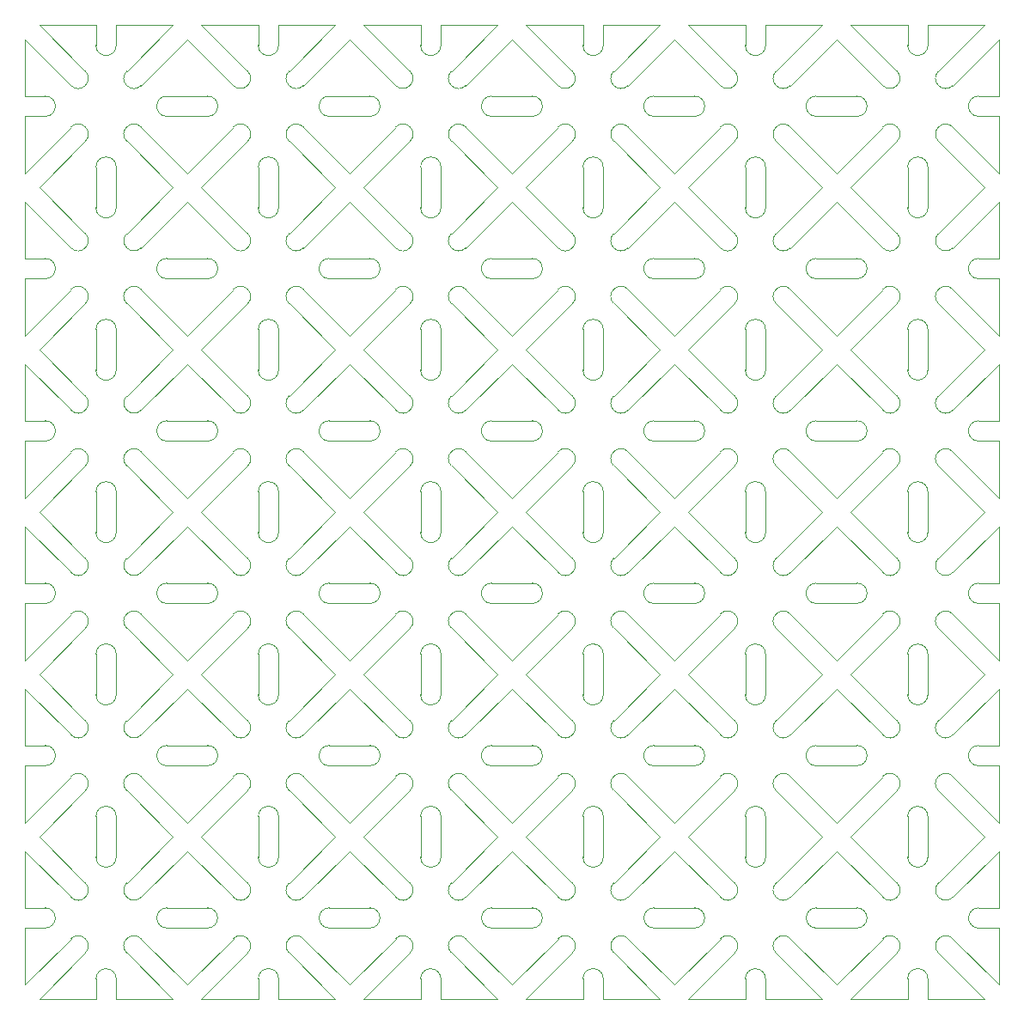
<source format=gm1>
G04 #@! TF.GenerationSoftware,KiCad,Pcbnew,7.0.2*
G04 #@! TF.CreationDate,2023-11-05T16:37:17-05:00*
G04 #@! TF.ProjectId,PokerTips,506f6b65-7254-4697-9073-2e6b69636164,rev?*
G04 #@! TF.SameCoordinates,Original*
G04 #@! TF.FileFunction,Profile,NP*
%FSLAX46Y46*%
G04 Gerber Fmt 4.6, Leading zero omitted, Abs format (unit mm)*
G04 Created by KiCad (PCBNEW 7.0.2) date 2023-11-05 16:37:17*
%MOMM*%
%LPD*%
G01*
G04 APERTURE LIST*
G04 #@! TA.AperFunction,Profile*
%ADD10C,0.100000*%
G04 #@! TD*
G04 APERTURE END LIST*
D10*
X63000000Y-56000000D02*
X63000000Y-52000000D01*
X77000000Y-56000000D02*
X77000000Y-52000000D01*
X102000000Y-103400000D02*
X106542893Y-107957107D01*
X126000000Y-115000000D02*
G75*
G03*
X125000000Y-115999999I0J-1000000D01*
G01*
X119400000Y-102000000D02*
X123957107Y-106542893D01*
X52600000Y-38000000D02*
X47000000Y-38000000D01*
X103400000Y-70000000D02*
X107957107Y-65457107D01*
X129457107Y-80042893D02*
G75*
G03*
X128042893Y-81457107I-707107J-707107D01*
G01*
X96042893Y-42542893D02*
G75*
G03*
X97457107Y-43957107I707107J-707107D01*
G01*
X71400000Y-102000000D02*
X75957107Y-97457107D01*
X45000000Y-40000000D02*
X45000000Y-38000000D01*
X58542893Y-75957107D02*
G75*
G03*
X59957107Y-74542893I707107J707107D01*
G01*
X111000000Y-72000000D02*
X111000000Y-68000000D01*
X52000000Y-109000000D02*
X56000000Y-109000000D01*
X65457107Y-80042893D02*
G75*
G03*
X64042893Y-81457107I-707107J-707107D01*
G01*
X134000000Y-63000000D02*
X134000000Y-68600000D01*
X87999999Y-127000000D02*
G75*
G03*
X89000000Y-126000000I1J1000000D01*
G01*
X74542893Y-91957107D02*
G75*
G03*
X75957107Y-90542893I707107J707107D01*
G01*
X134000000Y-127000000D02*
X134000000Y-132600000D01*
X125000000Y-72000000D02*
X125000000Y-68000000D01*
X134000000Y-68600000D02*
X129457107Y-64042892D01*
X134000000Y-127000000D02*
X132000000Y-127000000D01*
X70000000Y-119400000D02*
X65457107Y-123957107D01*
X111000000Y-100000000D02*
G75*
G03*
X109000000Y-100000000I-1000000J0D01*
G01*
X100000000Y-93000000D02*
X104000000Y-93000000D01*
X102000000Y-52600000D02*
X106542893Y-48042893D01*
X118000000Y-103400000D02*
X122542893Y-107957107D01*
X68000000Y-45000000D02*
X72000000Y-45000000D01*
X71400000Y-70000000D02*
X75957107Y-65457107D01*
X45000000Y-120000000D02*
X45000000Y-116000000D01*
X48042893Y-122542893D02*
G75*
G03*
X49457107Y-123957107I707107J-707107D01*
G01*
X49457107Y-128042893D02*
G75*
G03*
X48042893Y-129457107I-707107J-707107D01*
G01*
X104000000Y-111000000D02*
G75*
G03*
X104000000Y-109000000I0J1000000D01*
G01*
X38000000Y-103400000D02*
X42542893Y-107957107D01*
X48042893Y-106542893D02*
G75*
G03*
X49457107Y-107957107I707107J-707107D01*
G01*
X52000000Y-79000000D02*
X56000000Y-79000000D01*
X80042893Y-74542893D02*
G75*
G03*
X81457107Y-75957107I707107J-707107D01*
G01*
X71400000Y-118000000D02*
X75957107Y-122542893D01*
X118000000Y-68600000D02*
X113457107Y-64042893D01*
X86000000Y-103400000D02*
X90542893Y-107957107D01*
X83000000Y-126000000D02*
G75*
G03*
X84000000Y-127000000I1000000J0D01*
G01*
X93000000Y-120000000D02*
X93000000Y-116000000D01*
X119999999Y-127000000D02*
G75*
G03*
X121000000Y-126000000I1J1000000D01*
G01*
X132600000Y-102000000D02*
X128042893Y-97457107D01*
X86000000Y-116600000D02*
X90542893Y-112042893D01*
X119400000Y-54000000D02*
X123957107Y-49457107D01*
X54000000Y-116600000D02*
X58542893Y-112042893D01*
X123957107Y-97457107D02*
G75*
G03*
X122542893Y-96042893I-707107J707107D01*
G01*
X128042893Y-74542893D02*
G75*
G03*
X129457107Y-75957107I707107J-707107D01*
G01*
X113457107Y-112042893D02*
G75*
G03*
X112042893Y-113457107I-707107J-707107D01*
G01*
X68000000Y-125000000D02*
G75*
G03*
X67000000Y-126000000I0J-1000000D01*
G01*
X93000000Y-40000000D02*
G75*
G03*
X95000000Y-40000000I1000000J0D01*
G01*
X54000000Y-84600000D02*
X58542893Y-80042893D01*
X86000000Y-84600000D02*
X81457107Y-80042893D01*
X118000000Y-68600000D02*
X122542893Y-64042893D01*
X113457107Y-96042893D02*
G75*
G03*
X112042893Y-97457107I-707107J-707107D01*
G01*
X38000000Y-39400000D02*
X42542893Y-43957107D01*
X38000000Y-84600000D02*
X42542893Y-80042893D01*
X68600000Y-102000000D02*
X64042893Y-97457107D01*
X68000000Y-111000000D02*
X72000000Y-111000000D01*
X43957107Y-49457107D02*
G75*
G03*
X42542893Y-48042893I-707107J707107D01*
G01*
X132600000Y-70000000D02*
X128042893Y-74542893D01*
X55400000Y-86000000D02*
X59957107Y-90542893D01*
X125000000Y-72000000D02*
G75*
G03*
X126000000Y-73000000I1000000J0D01*
G01*
X72000000Y-127000000D02*
X68000000Y-127000000D01*
X77000000Y-40000000D02*
G75*
G03*
X79000000Y-40000000I1000000J0D01*
G01*
X59957107Y-81457107D02*
G75*
G03*
X58542893Y-80042893I-707107J707107D01*
G01*
X109000000Y-104000000D02*
G75*
G03*
X111000000Y-104000000I1000000J0D01*
G01*
X132600000Y-86000000D02*
X128042893Y-81457107D01*
X52600000Y-86000000D02*
X48042893Y-81457107D01*
X93000000Y-132000000D02*
X93000000Y-134000000D01*
X58542893Y-107957107D02*
G75*
G03*
X59957107Y-106542893I707107J707107D01*
G01*
X134000000Y-55400000D02*
X134000000Y-61000000D01*
X116600000Y-38000000D02*
X111000000Y-38000000D01*
X118000000Y-39400000D02*
X113457107Y-43957107D01*
X103400000Y-102000000D02*
X107957107Y-106542893D01*
X86000000Y-68600000D02*
X81457107Y-64042893D01*
X54000000Y-100600000D02*
X49457107Y-96042893D01*
X116000000Y-47000000D02*
X120000000Y-47000000D01*
X88000000Y-111000000D02*
G75*
G03*
X88000000Y-109000000I0J1000000D01*
G01*
X116000000Y-125000000D02*
G75*
G03*
X115000000Y-126000000I0J-1000000D01*
G01*
X119400000Y-86000000D02*
X123957107Y-90542893D01*
X132600000Y-118000000D02*
X128042893Y-113457107D01*
X52000000Y-125000000D02*
X56000000Y-125000000D01*
X120000000Y-63000000D02*
G75*
G03*
X120000000Y-61000000I0J1000000D01*
G01*
X84000000Y-63000000D02*
X88000000Y-63000000D01*
X116600000Y-70000000D02*
X112042893Y-74542893D01*
X65457107Y-112042893D02*
G75*
G03*
X64042893Y-113457107I-707107J-707107D01*
G01*
X49457107Y-112042893D02*
G75*
G03*
X48042893Y-113457107I-707107J-707107D01*
G01*
X52000000Y-61000000D02*
G75*
G03*
X52000000Y-63000000I0J-1000000D01*
G01*
X118000000Y-116600000D02*
X122542893Y-112042893D01*
X45000000Y-40000000D02*
G75*
G03*
X47000000Y-40000000I1000000J0D01*
G01*
X86000000Y-132600000D02*
X81457107Y-128042893D01*
X47000000Y-84000000D02*
G75*
G03*
X45000000Y-84000000I-1000000J0D01*
G01*
X84600000Y-134000000D02*
X80042893Y-129457107D01*
X71400000Y-118000000D02*
X75957107Y-113457107D01*
X55400000Y-118000000D02*
X59957107Y-113457107D01*
X99000000Y-126000000D02*
G75*
G03*
X100000000Y-127000000I1000000J0D01*
G01*
X64042893Y-90542893D02*
G75*
G03*
X65457107Y-91957107I707107J-707107D01*
G01*
X84000000Y-125000000D02*
X88000000Y-125000000D01*
X102000000Y-119400000D02*
X97457107Y-123957107D01*
X39400000Y-70000000D02*
X43957107Y-74542893D01*
X68600000Y-102000000D02*
X64042893Y-106542893D01*
X38000000Y-71400000D02*
X42542893Y-75957107D01*
X132600000Y-38000000D02*
X128042893Y-42542893D01*
X43957107Y-113457107D02*
G75*
G03*
X42542893Y-112042893I-707107J707107D01*
G01*
X68600000Y-54000000D02*
X64042893Y-58542893D01*
X107957107Y-113457107D02*
G75*
G03*
X106542893Y-112042893I-707107J707107D01*
G01*
X86000000Y-100600000D02*
X81457107Y-96042893D01*
X103400000Y-70000000D02*
X107957107Y-74542893D01*
X49457107Y-64042893D02*
G75*
G03*
X48042893Y-65457107I-707107J-707107D01*
G01*
X86000000Y-71400000D02*
X90542893Y-75957107D01*
X70000000Y-116600000D02*
X74542893Y-112042893D01*
X127000000Y-84000000D02*
G75*
G03*
X126000000Y-83000000I-1000000J0D01*
G01*
X84600000Y-118000000D02*
X80042893Y-113457107D01*
X116000000Y-93000000D02*
X120000000Y-93000000D01*
X118000000Y-100600000D02*
X113457107Y-96042893D01*
X86000000Y-132600000D02*
X90542893Y-128042893D01*
X134000000Y-95000000D02*
X134000000Y-100600000D01*
X95000000Y-52000000D02*
G75*
G03*
X93000000Y-52000000I-1000000J0D01*
G01*
X68600000Y-54000000D02*
X64042893Y-49457107D01*
X39400000Y-86000000D02*
X43957107Y-81457107D01*
X54000000Y-116600000D02*
X49457107Y-112042893D01*
X134000000Y-109000000D02*
X132000000Y-109000000D01*
X70000000Y-55400000D02*
X74542893Y-59957107D01*
X54000000Y-132600000D02*
X58542893Y-128042893D01*
X95000000Y-56000000D02*
X95000000Y-52000000D01*
X119400000Y-86000000D02*
X123957107Y-81457107D01*
X86000000Y-119400000D02*
X90542893Y-123957107D01*
X79000000Y-88000000D02*
X79000000Y-84000000D01*
X70000000Y-84600000D02*
X65457107Y-80042893D01*
X103400000Y-134000000D02*
X107957107Y-129457107D01*
X70000000Y-132600000D02*
X65457107Y-128042893D01*
X68000000Y-93000000D02*
G75*
G03*
X68000000Y-95000000I0J-1000000D01*
G01*
X134000000Y-93000000D02*
X132000000Y-93000000D01*
X113457107Y-80042893D02*
G75*
G03*
X112042893Y-81457107I-707107J-707107D01*
G01*
X38000000Y-79000000D02*
X40000000Y-79000000D01*
X134000000Y-45000000D02*
X132000000Y-45000000D01*
X116000000Y-77000000D02*
X120000000Y-77000000D01*
X132600000Y-70000000D02*
X128042893Y-65457107D01*
X75957107Y-97457107D02*
G75*
G03*
X74542893Y-96042893I-707107J707107D01*
G01*
X118000000Y-100600000D02*
X122542893Y-96042893D01*
X52000000Y-93000000D02*
X56000000Y-93000000D01*
X100600000Y-38000000D02*
X95000000Y-38000000D01*
X48042893Y-58542893D02*
G75*
G03*
X49457107Y-59957107I707107J-707107D01*
G01*
X75957107Y-113457107D02*
G75*
G03*
X74542893Y-112042893I-707107J707107D01*
G01*
X116600000Y-86000000D02*
X112042893Y-81457107D01*
X87400000Y-38000000D02*
X91957107Y-42542893D01*
X125000000Y-56000001D02*
G75*
G03*
X126000000Y-57000000I1000000J1D01*
G01*
X52600000Y-118000000D02*
X48042893Y-122542893D01*
X54000000Y-103400000D02*
X49457107Y-107957107D01*
X132600000Y-54000000D02*
X128042893Y-58542893D01*
X52000000Y-45000000D02*
G75*
G03*
X52000000Y-47000000I0J-1000000D01*
G01*
X38000000Y-116600000D02*
X42542893Y-112042893D01*
X120000000Y-111000000D02*
G75*
G03*
X120000000Y-109000000I0J1000000D01*
G01*
X104000000Y-127000000D02*
X100000000Y-127000000D01*
X77000000Y-88000000D02*
G75*
G03*
X79000000Y-88000000I1000000J0D01*
G01*
X64042893Y-74542893D02*
G75*
G03*
X65457107Y-75957107I707107J-707107D01*
G01*
X84600000Y-86000000D02*
X80042893Y-81457107D01*
X47000000Y-56000000D02*
X47000000Y-52000000D01*
X79000000Y-116000000D02*
G75*
G03*
X77000000Y-116000000I-1000000J0D01*
G01*
X68000000Y-109000000D02*
G75*
G03*
X68000000Y-111000000I0J-1000000D01*
G01*
X100000000Y-63000000D02*
X104000000Y-63000000D01*
X134000000Y-52600000D02*
X129457107Y-48042893D01*
X45000000Y-134000000D02*
X39400000Y-134000000D01*
X68600000Y-86000000D02*
X64042893Y-81457107D01*
X61000000Y-104000000D02*
X61000000Y-100000000D01*
X77000000Y-134000000D02*
X71400000Y-134000000D01*
X125000000Y-104000000D02*
X125000000Y-100000000D01*
X52000000Y-47000000D02*
X56000000Y-47000000D01*
X125000000Y-88000001D02*
G75*
G03*
X126000000Y-89000000I1000000J1D01*
G01*
X38000000Y-68600000D02*
X42542893Y-64042893D01*
X79000000Y-120000000D02*
X79000000Y-116000000D01*
X134000000Y-119400000D02*
X134000000Y-125000000D01*
X55400000Y-38000000D02*
X59957107Y-42542893D01*
X59957107Y-129457106D02*
G75*
G03*
X58542893Y-128042893I-707107J707106D01*
G01*
X81457107Y-128042893D02*
G75*
G03*
X80042893Y-129457107I-707107J-707107D01*
G01*
X134000000Y-119400000D02*
X129457107Y-123957106D01*
X52600000Y-134000000D02*
X48042893Y-129457107D01*
X87400000Y-86000000D02*
X91957107Y-81457107D01*
X109000000Y-120000000D02*
G75*
G03*
X111000000Y-120000000I1000000J0D01*
G01*
X47000000Y-40000000D02*
X47000000Y-38000000D01*
X93000000Y-88000000D02*
X93000000Y-84000000D01*
X134000000Y-71400000D02*
X134000000Y-77000000D01*
X84000000Y-95000000D02*
X88000000Y-95000000D01*
X102000000Y-68600000D02*
X106542893Y-64042893D01*
X38000000Y-55400000D02*
X42542893Y-59957107D01*
X71400000Y-134000000D02*
X75957107Y-129457107D01*
X93000000Y-56000000D02*
G75*
G03*
X95000000Y-56000000I1000000J0D01*
G01*
X65457107Y-64042893D02*
G75*
G03*
X64042893Y-65457107I-707107J-707107D01*
G01*
X42542893Y-59957107D02*
G75*
G03*
X43957107Y-58542893I707107J707107D01*
G01*
X74542893Y-75957107D02*
G75*
G03*
X75957107Y-74542893I707107J707107D01*
G01*
X75957107Y-65457107D02*
G75*
G03*
X74542893Y-64042893I-707107J707107D01*
G01*
X68600000Y-38000000D02*
X63000000Y-38000000D01*
X45000000Y-72000000D02*
X45000000Y-68000000D01*
X84000000Y-79000000D02*
X88000000Y-79000000D01*
X38000000Y-100600000D02*
X38000000Y-95000000D01*
X90542893Y-91957107D02*
G75*
G03*
X91957107Y-90542893I707107J707107D01*
G01*
X118000000Y-84600000D02*
X122542893Y-80042893D01*
X68000000Y-93000000D02*
X72000000Y-93000000D01*
X52000000Y-63000000D02*
X56000000Y-63000000D01*
X63000000Y-68000000D02*
G75*
G03*
X61000000Y-68000000I-1000000J0D01*
G01*
X70000000Y-71400000D02*
X65457107Y-75957107D01*
X129457107Y-48042893D02*
G75*
G03*
X128042893Y-49457107I-707107J-707107D01*
G01*
X86000000Y-103400000D02*
X81457107Y-107957107D01*
X126000000Y-83000000D02*
G75*
G03*
X125000000Y-83999999I0J-1000000D01*
G01*
X102000000Y-87400000D02*
X106542893Y-91957107D01*
X96042893Y-58542893D02*
G75*
G03*
X97457107Y-59957107I707107J-707107D01*
G01*
X39400000Y-134000000D02*
X43957107Y-129457107D01*
X134000000Y-103400000D02*
X129457107Y-107957107D01*
X57000000Y-126000000D02*
G75*
G03*
X56000000Y-125000000I-1000000J0D01*
G01*
X97457107Y-112042893D02*
G75*
G03*
X96042893Y-113457107I-707107J-707107D01*
G01*
X45000000Y-88000000D02*
G75*
G03*
X47000000Y-88000000I1000000J0D01*
G01*
X52000000Y-125000000D02*
G75*
G03*
X51000000Y-126000000I0J-1000000D01*
G01*
X52600000Y-54000000D02*
X48042893Y-49457107D01*
X52000000Y-77000000D02*
G75*
G03*
X52000000Y-79000000I0J-1000000D01*
G01*
X38000000Y-52600000D02*
X38000000Y-47000000D01*
X61000000Y-132000000D02*
X61000000Y-134000000D01*
X134000000Y-39400000D02*
X134000000Y-45000000D01*
X79000000Y-132000000D02*
G75*
G03*
X77000000Y-132000000I-1000000J1D01*
G01*
X52600000Y-102000000D02*
X48042893Y-97457107D01*
X58542893Y-43957107D02*
G75*
G03*
X59957107Y-42542893I707107J707107D01*
G01*
X120000000Y-79000000D02*
G75*
G03*
X120000000Y-77000000I0J1000000D01*
G01*
X56000000Y-95000000D02*
G75*
G03*
X56000000Y-93000000I0J1000000D01*
G01*
X54000000Y-87400000D02*
X49457107Y-91957107D01*
X48042893Y-90542893D02*
G75*
G03*
X49457107Y-91957107I707107J-707107D01*
G01*
X47000000Y-52000000D02*
G75*
G03*
X45000000Y-52000000I-1000000J0D01*
G01*
X52000000Y-61000000D02*
X56000000Y-61000000D01*
X134000000Y-103400000D02*
X134000000Y-109000000D01*
X52600000Y-38000000D02*
X48042893Y-42542893D01*
X70000000Y-68600000D02*
X74542893Y-64042893D01*
X102000000Y-116600000D02*
X106542893Y-112042893D01*
X38000000Y-63000000D02*
X40000000Y-63000000D01*
X116000000Y-93000000D02*
G75*
G03*
X116000000Y-95000000I0J-1000000D01*
G01*
X134000000Y-63000000D02*
X132000000Y-63000000D01*
X54000000Y-71400000D02*
X58542893Y-75957107D01*
X118000000Y-52600000D02*
X122542893Y-48042893D01*
X38000000Y-77000000D02*
X38000000Y-71400000D01*
X54000000Y-119400000D02*
X58542893Y-123957107D01*
X80042893Y-90542893D02*
G75*
G03*
X81457107Y-91957107I707107J-707107D01*
G01*
X118000000Y-87400000D02*
X122542893Y-91957107D01*
X134000000Y-47000000D02*
X134000000Y-52600000D01*
X118000000Y-52600000D02*
X113457107Y-48042893D01*
X100600000Y-70000000D02*
X96042893Y-74542893D01*
X95000000Y-116000000D02*
G75*
G03*
X93000000Y-116000000I-1000000J0D01*
G01*
X125000000Y-120000000D02*
X125000000Y-116000000D01*
X134000000Y-87400000D02*
X129457107Y-91957106D01*
X64042893Y-42542893D02*
G75*
G03*
X65457107Y-43957107I707107J-707107D01*
G01*
X88000000Y-95000000D02*
G75*
G03*
X88000000Y-93000000I0J1000000D01*
G01*
X87400000Y-102000000D02*
X91957107Y-106542893D01*
X51000000Y-126000000D02*
G75*
G03*
X52000000Y-127000000I1000000J0D01*
G01*
X116600000Y-54000000D02*
X112042893Y-58542893D01*
X132000000Y-77000000D02*
G75*
G03*
X132000000Y-79000000I0J-1000000D01*
G01*
X84600000Y-102000000D02*
X80042893Y-97457107D01*
X116000000Y-79000000D02*
X120000000Y-79000000D01*
X40000000Y-47000000D02*
G75*
G03*
X40000000Y-45000000I0J1000000D01*
G01*
X109000000Y-56000000D02*
X109000000Y-52000000D01*
X54000000Y-39400000D02*
X49457107Y-43957107D01*
X70000000Y-87400000D02*
X74542893Y-91957107D01*
X68000000Y-125000000D02*
X72000000Y-125000000D01*
X109000000Y-72000000D02*
X109000000Y-68000000D01*
X87400000Y-70000000D02*
X91957107Y-65457107D01*
X79000000Y-84000000D02*
G75*
G03*
X77000000Y-84000000I-1000000J0D01*
G01*
X86000000Y-84600000D02*
X90542893Y-80042893D01*
X111000000Y-56000000D02*
X111000000Y-52000000D01*
X68000000Y-109000000D02*
X72000000Y-109000000D01*
X95000000Y-84000000D02*
G75*
G03*
X93000000Y-84000000I-1000000J0D01*
G01*
X106542893Y-43957107D02*
G75*
G03*
X107957107Y-42542893I707107J707107D01*
G01*
X38000000Y-125000000D02*
X38000000Y-119400000D01*
X102000000Y-100600000D02*
X106542893Y-96042893D01*
X80042893Y-106542893D02*
G75*
G03*
X81457107Y-107957107I707107J-707107D01*
G01*
X42542893Y-43957107D02*
G75*
G03*
X43957107Y-42542893I707107J707107D01*
G01*
X70000000Y-52600000D02*
X65457107Y-48042893D01*
X100600000Y-86000000D02*
X96042893Y-81457107D01*
X84600000Y-70000000D02*
X80042893Y-65457107D01*
X90542893Y-75957107D02*
G75*
G03*
X91957107Y-74542893I707107J707107D01*
G01*
X87400000Y-54000000D02*
X91957107Y-58542893D01*
X49457107Y-48042893D02*
G75*
G03*
X48042893Y-49457107I-707107J-707107D01*
G01*
X125000000Y-134000000D02*
X119400000Y-134000000D01*
X91957107Y-49457107D02*
G75*
G03*
X90542893Y-48042893I-707107J707107D01*
G01*
X45000000Y-120000000D02*
G75*
G03*
X47000000Y-120000000I1000000J0D01*
G01*
X84000000Y-93000000D02*
X88000000Y-93000000D01*
X128042893Y-106542893D02*
G75*
G03*
X129457107Y-107957107I707107J-707107D01*
G01*
X109000000Y-38000000D02*
X103400000Y-38000000D01*
X86000000Y-39400000D02*
X90542893Y-43957107D01*
X123957107Y-113457107D02*
G75*
G03*
X122542893Y-112042893I-707107J707107D01*
G01*
X116000000Y-111000000D02*
X120000000Y-111000000D01*
X109000000Y-104000000D02*
X109000000Y-100000000D01*
X95000000Y-72000000D02*
X95000000Y-68000000D01*
X45000000Y-134000000D02*
X45000000Y-132000000D01*
X100000000Y-45000000D02*
X104000000Y-45000000D01*
X100600000Y-54000000D02*
X96042893Y-49457107D01*
X38000000Y-68600000D02*
X38000000Y-63000000D01*
X80042893Y-42542893D02*
G75*
G03*
X81457107Y-43957107I707107J-707107D01*
G01*
X132600000Y-86000000D02*
X128042893Y-90542893D01*
X38000000Y-95000000D02*
X40000000Y-95000000D01*
X132600000Y-134000000D02*
X128042894Y-129457107D01*
X111000000Y-52000000D02*
G75*
G03*
X109000000Y-52000000I-1000000J0D01*
G01*
X79000000Y-72000000D02*
X79000000Y-68000000D01*
X109000000Y-40000000D02*
G75*
G03*
X111000000Y-40000000I1000000J0D01*
G01*
X100000000Y-109000000D02*
G75*
G03*
X100000000Y-111000000I0J-1000000D01*
G01*
X63000000Y-116000000D02*
G75*
G03*
X61000000Y-116000000I-1000000J0D01*
G01*
X93000000Y-88000000D02*
G75*
G03*
X95000000Y-88000000I1000000J0D01*
G01*
X54000000Y-132600000D02*
X49457107Y-128042893D01*
X77000000Y-132000000D02*
X77000000Y-134000000D01*
X63000000Y-72000000D02*
X63000000Y-68000000D01*
X90542893Y-123957107D02*
G75*
G03*
X91957107Y-122542893I707107J707107D01*
G01*
X129457107Y-112042893D02*
G75*
G03*
X128042893Y-113457107I-707107J-707107D01*
G01*
X91957107Y-113457107D02*
G75*
G03*
X90542893Y-112042893I-707107J707107D01*
G01*
X56000000Y-47000000D02*
G75*
G03*
X56000000Y-45000000I0J1000000D01*
G01*
X68000000Y-77000000D02*
X72000000Y-77000000D01*
X77000000Y-40000000D02*
X77000000Y-38000000D01*
X100600000Y-134000000D02*
X95000000Y-134000000D01*
X119400000Y-102000000D02*
X123957107Y-97457107D01*
X100600000Y-86000000D02*
X96042893Y-90542893D01*
X47000000Y-116000000D02*
G75*
G03*
X45000000Y-116000000I-1000000J0D01*
G01*
X91957107Y-65457107D02*
G75*
G03*
X90542893Y-64042893I-707107J707107D01*
G01*
X46000000Y-131000000D02*
G75*
G03*
X45000000Y-132000000I0J-1000000D01*
G01*
X100600000Y-102000000D02*
X96042893Y-106542893D01*
X126000000Y-99000000D02*
G75*
G03*
X125000000Y-100000000I0J-1000000D01*
G01*
X61000000Y-120000000D02*
X61000000Y-116000000D01*
X104000000Y-79000000D02*
G75*
G03*
X104000000Y-77000000I0J1000000D01*
G01*
X111000000Y-120000000D02*
X111000000Y-116000000D01*
X132000000Y-61000000D02*
G75*
G03*
X132000000Y-63000000I0J-1000000D01*
G01*
X38000000Y-87400000D02*
X42542893Y-91957107D01*
X95000000Y-40000000D02*
X95000000Y-38000000D01*
X40000000Y-63000000D02*
G75*
G03*
X40000000Y-61000000I0J1000000D01*
G01*
X109000000Y-132000000D02*
X109000000Y-134000000D01*
X116000000Y-109000000D02*
G75*
G03*
X116000000Y-111000000I0J-1000000D01*
G01*
X86000000Y-39400000D02*
X81457107Y-43957107D01*
X39400000Y-118000000D02*
X43957107Y-113457107D01*
X68000000Y-79000000D02*
X72000000Y-79000000D01*
X113457107Y-128042893D02*
G75*
G03*
X112042893Y-129457107I-707107J-707107D01*
G01*
X132600000Y-134000000D02*
X127000000Y-134000000D01*
X68600000Y-134000000D02*
X63000000Y-134000000D01*
X86000000Y-52600000D02*
X81457107Y-48042893D01*
X70000000Y-119400000D02*
X74542893Y-123957107D01*
X116600000Y-54000000D02*
X112042893Y-49457107D01*
X68600000Y-70000000D02*
X64042893Y-74542893D01*
X68600000Y-70000000D02*
X64042893Y-65457107D01*
X38000000Y-77000000D02*
X40000000Y-77000000D01*
X64042893Y-122542893D02*
G75*
G03*
X65457107Y-123957107I707107J-707107D01*
G01*
X70000000Y-132600000D02*
X74542893Y-128042893D01*
X132600000Y-38000000D02*
X127000000Y-38000000D01*
X128042894Y-90542894D02*
G75*
G03*
X129457107Y-91957106I707106J-707106D01*
G01*
X52600000Y-86000000D02*
X48042893Y-90542893D01*
X134000000Y-95000000D02*
X132000000Y-95000000D01*
X126000000Y-121000000D02*
G75*
G03*
X127000000Y-120000000I0J1000000D01*
G01*
X55400000Y-102000000D02*
X59957107Y-106542893D01*
X125000000Y-40000000D02*
G75*
G03*
X126000000Y-41000000I1000000J0D01*
G01*
X52000000Y-109000000D02*
G75*
G03*
X52000000Y-111000000I0J-1000000D01*
G01*
X122542893Y-59957107D02*
G75*
G03*
X123957107Y-58542893I707107J707107D01*
G01*
X84000000Y-125000000D02*
G75*
G03*
X83000000Y-126000000I0J-1000000D01*
G01*
X39400000Y-102000000D02*
X43957107Y-97457107D01*
X40000000Y-79000000D02*
G75*
G03*
X40000000Y-77000000I0J1000000D01*
G01*
X84600000Y-102000000D02*
X80042893Y-106542893D01*
X86000000Y-52600000D02*
X90542893Y-48042893D01*
X103400000Y-86000000D02*
X107957107Y-90542893D01*
X47000000Y-104000000D02*
X47000000Y-100000000D01*
X52600000Y-70000000D02*
X48042893Y-74542893D01*
X84600000Y-38000000D02*
X80042893Y-42542893D01*
X116600000Y-102000000D02*
X112042893Y-106542893D01*
X68000000Y-77000000D02*
G75*
G03*
X68000000Y-79000000I0J-1000000D01*
G01*
X52600000Y-70000000D02*
X48042893Y-65457107D01*
X61000000Y-40000000D02*
G75*
G03*
X63000000Y-40000000I1000000J0D01*
G01*
X72000000Y-47000000D02*
G75*
G03*
X72000000Y-45000000I0J1000000D01*
G01*
X80042893Y-122542893D02*
G75*
G03*
X81457107Y-123957107I707107J-707107D01*
G01*
X127000000Y-38000000D02*
X127000000Y-40000000D01*
X38000000Y-127000000D02*
X40000000Y-127000000D01*
X63000000Y-132000000D02*
X63000000Y-134000000D01*
X63000000Y-52000000D02*
G75*
G03*
X61000000Y-52000000I-1000000J0D01*
G01*
X102000000Y-87400000D02*
X97457107Y-91957107D01*
X128042893Y-58542893D02*
G75*
G03*
X129457108Y-59957107I707107J-707107D01*
G01*
X84600000Y-70000000D02*
X80042893Y-74542893D01*
X106542893Y-91957107D02*
G75*
G03*
X107957107Y-90542893I707107J707107D01*
G01*
X134000000Y-111000000D02*
X134000000Y-116600000D01*
X71400000Y-86000000D02*
X75957107Y-90542893D01*
X77000000Y-104000000D02*
G75*
G03*
X79000000Y-104000000I1000000J0D01*
G01*
X61000000Y-40000000D02*
X61000000Y-38000000D01*
X127000000Y-84000000D02*
X127000000Y-88000000D01*
X89000000Y-126000000D02*
G75*
G03*
X88000000Y-125000000I-1000000J0D01*
G01*
X38000000Y-109000000D02*
X38000000Y-103400000D01*
X86000000Y-100600000D02*
X90542893Y-96042893D01*
X111000000Y-132000000D02*
G75*
G03*
X109000000Y-132000000I-1000000J1D01*
G01*
X79000000Y-104000000D02*
X79000000Y-100000000D01*
X134000000Y-132600000D02*
X129457107Y-128042893D01*
X119400000Y-54000000D02*
X123957107Y-58542893D01*
X129457106Y-96042893D02*
G75*
G03*
X128042893Y-97457107I-707106J-707107D01*
G01*
X59957107Y-113457107D02*
G75*
G03*
X58542893Y-112042893I-707107J707107D01*
G01*
X116600000Y-134000000D02*
X112042893Y-129457107D01*
X68600000Y-118000000D02*
X64042893Y-113457107D01*
X68000000Y-47000000D02*
X72000000Y-47000000D01*
X112042893Y-106542893D02*
G75*
G03*
X113457107Y-107957107I707107J-707107D01*
G01*
X93000000Y-134000000D02*
X87400000Y-134000000D01*
X70000000Y-39400000D02*
X65457107Y-43957107D01*
X38000000Y-132600000D02*
X38000000Y-127000000D01*
X134000000Y-84600000D02*
X129457107Y-80042893D01*
X127000000Y-52000000D02*
G75*
G03*
X126000000Y-51000000I-1000000J0D01*
G01*
X64042893Y-106542893D02*
G75*
G03*
X65457107Y-107957107I707107J-707107D01*
G01*
X38000000Y-119400000D02*
X42542893Y-123957107D01*
X70000000Y-55400000D02*
X65457107Y-59957107D01*
X95000000Y-100000000D02*
G75*
G03*
X93000000Y-100000000I-1000000J0D01*
G01*
X118000000Y-103400000D02*
X113457107Y-107957107D01*
X46999999Y-132000000D02*
X47000000Y-134000000D01*
X54000000Y-68600000D02*
X58542893Y-64042893D01*
X84600000Y-134000000D02*
X79000000Y-134000000D01*
X43957107Y-65457107D02*
G75*
G03*
X42542893Y-64042893I-707107J707107D01*
G01*
X52600000Y-102000000D02*
X48042893Y-106542893D01*
X126000000Y-51000000D02*
G75*
G03*
X125000000Y-51999999I0J-1000000D01*
G01*
X112042893Y-90542893D02*
G75*
G03*
X113457107Y-91957107I707107J-707107D01*
G01*
X38000000Y-100600000D02*
X42542893Y-96042893D01*
X55400000Y-134000000D02*
X59957108Y-129457107D01*
X65457107Y-96042893D02*
G75*
G03*
X64042893Y-97457107I-707107J-707107D01*
G01*
X49457107Y-96042893D02*
G75*
G03*
X48042893Y-97457107I-707107J-707107D01*
G01*
X95000000Y-120000000D02*
X95000000Y-116000000D01*
X126000000Y-57000000D02*
G75*
G03*
X127000000Y-56000000I0J1000000D01*
G01*
X78999999Y-132000000D02*
X79000000Y-134000000D01*
X79000000Y-100000000D02*
G75*
G03*
X77000000Y-100000000I-1000000J0D01*
G01*
X126000000Y-89000000D02*
G75*
G03*
X127000000Y-88000000I0J1000000D01*
G01*
X96042893Y-122542893D02*
G75*
G03*
X97457107Y-123957107I707107J-707107D01*
G01*
X125000000Y-132000000D02*
X125000000Y-134000000D01*
X54000000Y-71400000D02*
X49457107Y-75957107D01*
X55400000Y-102000000D02*
X59957107Y-97457107D01*
X118000000Y-87400000D02*
X113457107Y-91957107D01*
X63000000Y-120000000D02*
X63000000Y-116000000D01*
X100000000Y-77000000D02*
X104000000Y-77000000D01*
X123957107Y-81457107D02*
G75*
G03*
X122542893Y-80042893I-707107J707107D01*
G01*
X102000000Y-55400000D02*
X97457107Y-59957107D01*
X118000000Y-71400000D02*
X122542893Y-75957107D01*
X102000000Y-100600000D02*
X97457107Y-96042893D01*
X103400000Y-54000000D02*
X107957107Y-58542893D01*
X103400000Y-38000000D02*
X107957107Y-42542893D01*
X123957107Y-49457107D02*
G75*
G03*
X122542893Y-48042893I-707107J707107D01*
G01*
X39400000Y-102000000D02*
X43957107Y-106542893D01*
X90542893Y-107957107D02*
G75*
G03*
X91957107Y-106542893I707107J707107D01*
G01*
X110999999Y-132000000D02*
X111000000Y-134000000D01*
X100000000Y-79000000D02*
X104000000Y-79000000D01*
X118000000Y-119400000D02*
X122542893Y-123957107D01*
X118000000Y-55400000D02*
X122542893Y-59957107D01*
X86000000Y-71400000D02*
X81457107Y-75957107D01*
X111000000Y-116000000D02*
G75*
G03*
X109000000Y-116000000I-1000000J0D01*
G01*
X119400000Y-118000000D02*
X123957107Y-113457107D01*
X84000000Y-47000000D02*
X88000000Y-47000000D01*
X127000000Y-132000000D02*
G75*
G03*
X125000000Y-132000000I-1000000J0D01*
G01*
X132000000Y-125000000D02*
G75*
G03*
X131000000Y-126000000I0J-1000000D01*
G01*
X119400000Y-134000000D02*
X123957108Y-129457107D01*
X86000000Y-55400000D02*
X90542893Y-59957107D01*
X70000000Y-103400000D02*
X65457107Y-107957107D01*
X77000000Y-72000000D02*
X77000000Y-68000000D01*
X111000000Y-40000000D02*
X111000000Y-38000000D01*
X116000000Y-61000000D02*
G75*
G03*
X116000000Y-63000000I0J-1000000D01*
G01*
X52000000Y-111000000D02*
X56000000Y-111000000D01*
X68000000Y-61000000D02*
X72000000Y-61000000D01*
X58542893Y-123957107D02*
G75*
G03*
X59957107Y-122542893I707107J707107D01*
G01*
X116600000Y-102000000D02*
X112042893Y-97457107D01*
X54000000Y-100600000D02*
X58542893Y-96042893D01*
X134000000Y-77000000D02*
X132000000Y-77000000D01*
X55400000Y-54000000D02*
X59957107Y-49457107D01*
X93000000Y-120000000D02*
G75*
G03*
X95000000Y-120000000I1000000J0D01*
G01*
X116000000Y-63000000D02*
X120000000Y-63000000D01*
X100000000Y-111000000D02*
X104000000Y-111000000D01*
X127000000Y-67999999D02*
G75*
G03*
X126000000Y-67000000I-1000000J-1D01*
G01*
X116000000Y-45000000D02*
G75*
G03*
X116000000Y-47000000I0J-1000000D01*
G01*
X100600000Y-118000000D02*
X96042893Y-113457107D01*
X100600000Y-70000000D02*
X96042893Y-65457107D01*
X47000000Y-100000000D02*
G75*
G03*
X45000000Y-100000000I-1000000J0D01*
G01*
X127000000Y-116000000D02*
X127000000Y-120000000D01*
X77000000Y-56000000D02*
G75*
G03*
X79000000Y-56000000I1000000J0D01*
G01*
X103400000Y-118000000D02*
X107957107Y-113457107D01*
X118000000Y-84600000D02*
X113457107Y-80042893D01*
X126000000Y-67000000D02*
G75*
G03*
X125000000Y-68000000I0J-1000000D01*
G01*
X91957107Y-97457107D02*
G75*
G03*
X90542893Y-96042893I-707107J707107D01*
G01*
X38000000Y-93000000D02*
X38000000Y-87400000D01*
X45000000Y-56000000D02*
G75*
G03*
X47000000Y-56000000I1000000J0D01*
G01*
X61000000Y-56000000D02*
X61000000Y-52000000D01*
X102000000Y-39400000D02*
X97457107Y-43957107D01*
X134000000Y-111000000D02*
X132000000Y-111000000D01*
X100600000Y-38000000D02*
X96042893Y-42542893D01*
X100000000Y-47000000D02*
X104000000Y-47000000D01*
X70000000Y-84600000D02*
X74542893Y-80042893D01*
X109000000Y-40000000D02*
X109000000Y-38000000D01*
X119999999Y-127000000D02*
X116000000Y-127000000D01*
X70000000Y-87400000D02*
X65457107Y-91957107D01*
X38000000Y-116600000D02*
X38000000Y-111000000D01*
X47000000Y-68000000D02*
G75*
G03*
X45000000Y-68000000I-1000000J0D01*
G01*
X70000000Y-52600000D02*
X74542893Y-48042893D01*
X38000000Y-45000000D02*
X38000000Y-39400000D01*
X84600000Y-38000000D02*
X79000000Y-38000000D01*
X80042893Y-58542893D02*
G75*
G03*
X81457107Y-59957107I707107J-707107D01*
G01*
X123957107Y-65457107D02*
G75*
G03*
X122542893Y-64042893I-707107J707107D01*
G01*
X95000000Y-132000000D02*
G75*
G03*
X93000000Y-132000000I-1000000J0D01*
G01*
X91957107Y-129457106D02*
G75*
G03*
X90542893Y-128042893I-707107J707106D01*
G01*
X38000000Y-52600000D02*
X42542893Y-48042893D01*
X73000000Y-126000000D02*
G75*
G03*
X72000000Y-125000000I-1000000J0D01*
G01*
X61000000Y-88000000D02*
X61000000Y-84000000D01*
X72000000Y-79000000D02*
G75*
G03*
X72000000Y-77000000I0J1000000D01*
G01*
X109000000Y-134000000D02*
X103400000Y-134000000D01*
X129457106Y-128042894D02*
G75*
G03*
X128042894Y-129457107I-707106J-707106D01*
G01*
X103400000Y-86000000D02*
X107957107Y-81457107D01*
X86000000Y-87400000D02*
X90542893Y-91957107D01*
X72000000Y-63000000D02*
G75*
G03*
X72000000Y-61000000I0J1000000D01*
G01*
X84000000Y-77000000D02*
G75*
G03*
X84000000Y-79000000I0J-1000000D01*
G01*
X111000000Y-104000000D02*
X111000000Y-100000000D01*
X61000000Y-104000000D02*
G75*
G03*
X63000000Y-104000000I1000000J0D01*
G01*
X104000000Y-47000000D02*
G75*
G03*
X104000000Y-45000000I0J1000000D01*
G01*
X100000000Y-109000000D02*
X104000000Y-109000000D01*
X45000000Y-104000000D02*
G75*
G03*
X47000000Y-104000000I1000000J0D01*
G01*
X87400000Y-86000000D02*
X91957107Y-90542893D01*
X134000000Y-87400000D02*
X134000000Y-93000000D01*
X55400000Y-118000000D02*
X59957107Y-122542893D01*
X116600000Y-86000000D02*
X112042893Y-90542893D01*
X75957107Y-129457107D02*
G75*
G03*
X74542893Y-128042893I-707107J707107D01*
G01*
X125000000Y-40000000D02*
X125000000Y-38000000D01*
X87999999Y-127000000D02*
X84000000Y-127000000D01*
X107957107Y-81457107D02*
G75*
G03*
X106542893Y-80042893I-707107J707107D01*
G01*
X102000000Y-55400000D02*
X106542893Y-59957107D01*
X39400000Y-38000000D02*
X43957107Y-42542893D01*
X100000000Y-125000000D02*
X104000000Y-125000000D01*
X87400000Y-102000000D02*
X91957107Y-97457107D01*
X54000000Y-87400000D02*
X58542893Y-91957107D01*
X125000000Y-120000001D02*
G75*
G03*
X126000000Y-121000000I1000000J1D01*
G01*
X45000000Y-104000000D02*
X45000000Y-100000000D01*
X88000000Y-47000000D02*
G75*
G03*
X88000000Y-45000000I0J1000000D01*
G01*
X43957106Y-129457106D02*
G75*
G03*
X42542893Y-128042894I-707106J707106D01*
G01*
X100600000Y-134000000D02*
X96042894Y-129457107D01*
X61000000Y-88000000D02*
G75*
G03*
X63000000Y-88000000I1000000J0D01*
G01*
X63000000Y-104000000D02*
X63000000Y-100000000D01*
X116000000Y-109000000D02*
X120000000Y-109000000D01*
X106542893Y-107957107D02*
G75*
G03*
X107957107Y-106542893I707107J707107D01*
G01*
X102000000Y-116600000D02*
X97457107Y-112042893D01*
X112042893Y-58542893D02*
G75*
G03*
X113457107Y-59957107I707107J-707107D01*
G01*
X97457107Y-64042893D02*
G75*
G03*
X96042893Y-65457107I-707107J-707107D01*
G01*
X127000000Y-52000000D02*
X127000000Y-56000000D01*
X54000000Y-119400000D02*
X49457107Y-123957107D01*
X116600000Y-70000000D02*
X112042893Y-65457107D01*
X47000000Y-120000000D02*
X47000000Y-116000000D01*
X68600000Y-38000000D02*
X64042893Y-42542893D01*
X102000000Y-39400000D02*
X106542893Y-43957107D01*
X71400000Y-38000000D02*
X75957107Y-42542893D01*
X120000000Y-47000000D02*
G75*
G03*
X120000000Y-45000000I0J1000000D01*
G01*
X116000000Y-61000000D02*
X120000000Y-61000000D01*
X102000000Y-132600000D02*
X97457107Y-128042893D01*
X127000000Y-99999999D02*
G75*
G03*
X126000000Y-99000000I-1000000J-1D01*
G01*
X109000000Y-56000000D02*
G75*
G03*
X111000000Y-56000000I1000000J0D01*
G01*
X87400000Y-70000000D02*
X91957107Y-74542893D01*
X102000000Y-68600000D02*
X97457107Y-64042893D01*
X59957107Y-65457107D02*
G75*
G03*
X58542893Y-64042893I-707107J707107D01*
G01*
X126000000Y-41000000D02*
G75*
G03*
X127000000Y-40000000I0J1000000D01*
G01*
X127000000Y-132000000D02*
X127000000Y-134000000D01*
X77000000Y-104000000D02*
X77000000Y-100000000D01*
X68000000Y-61000000D02*
G75*
G03*
X68000000Y-63000000I0J-1000000D01*
G01*
X102000000Y-71400000D02*
X97457107Y-75957107D01*
X77000000Y-120000000D02*
X77000000Y-116000000D01*
X107957107Y-129457107D02*
G75*
G03*
X106542893Y-128042893I-707107J707107D01*
G01*
X111000000Y-84000000D02*
G75*
G03*
X109000000Y-84000000I-1000000J0D01*
G01*
X100000000Y-61000000D02*
G75*
G03*
X100000000Y-63000000I0J-1000000D01*
G01*
X54000000Y-55400000D02*
X58542893Y-59957107D01*
X97457107Y-96042893D02*
G75*
G03*
X96042893Y-97457107I-707107J-707107D01*
G01*
X55400000Y-54000000D02*
X59957107Y-58542893D01*
X84000000Y-77000000D02*
X88000000Y-77000000D01*
X116600000Y-118000000D02*
X112042893Y-113457107D01*
X59957107Y-49457107D02*
G75*
G03*
X58542893Y-48042893I-707107J707107D01*
G01*
X104000000Y-95000000D02*
G75*
G03*
X104000000Y-93000000I0J1000000D01*
G01*
X54000000Y-52600000D02*
X58542893Y-48042893D01*
X93000000Y-38000000D02*
X87400000Y-38000000D01*
X90542893Y-43957107D02*
G75*
G03*
X91957107Y-42542893I707107J707107D01*
G01*
X125000000Y-56000000D02*
X125000000Y-52000000D01*
X102000000Y-103400000D02*
X97457107Y-107957107D01*
X90542893Y-59957107D02*
G75*
G03*
X91957107Y-58542893I707107J707107D01*
G01*
X115000000Y-126000000D02*
G75*
G03*
X116000000Y-127000000I1000000J0D01*
G01*
X84000000Y-109000000D02*
G75*
G03*
X84000000Y-111000000I0J-1000000D01*
G01*
X41000000Y-126000000D02*
G75*
G03*
X40000000Y-125000000I-1000000J0D01*
G01*
X95000000Y-88000000D02*
X95000000Y-84000000D01*
X71400000Y-102000000D02*
X75957107Y-106542893D01*
X119400000Y-70000000D02*
X123957107Y-65457107D01*
X84000000Y-61000000D02*
X88000000Y-61000000D01*
X116600000Y-118000000D02*
X112042893Y-122542893D01*
X86000000Y-116600000D02*
X81457107Y-112042893D01*
X109000000Y-120000000D02*
X109000000Y-116000000D01*
X55400000Y-70000000D02*
X59957107Y-65457107D01*
X74542893Y-107957107D02*
G75*
G03*
X75957107Y-106542893I707107J707107D01*
G01*
X38000000Y-111000000D02*
X40000000Y-111000000D01*
X81457107Y-48042893D02*
G75*
G03*
X80042893Y-49457107I-707107J-707107D01*
G01*
X77000000Y-38000000D02*
X71400000Y-38000000D01*
X112042893Y-42542893D02*
G75*
G03*
X113457107Y-43957107I707107J-707107D01*
G01*
X52000000Y-45000000D02*
X56000000Y-45000000D01*
X40000000Y-111000000D02*
G75*
G03*
X40000000Y-109000000I0J1000000D01*
G01*
X118000000Y-132600000D02*
X113457107Y-128042893D01*
X100000000Y-125000000D02*
G75*
G03*
X99000000Y-126000000I0J-1000000D01*
G01*
X100000000Y-93000000D02*
G75*
G03*
X100000000Y-95000000I0J-1000000D01*
G01*
X102000000Y-52600000D02*
X97457107Y-48042893D01*
X112042893Y-74542893D02*
G75*
G03*
X113457107Y-75957107I707107J-707107D01*
G01*
X42542893Y-91957107D02*
G75*
G03*
X43957107Y-90542893I707107J707107D01*
G01*
X102000000Y-84600000D02*
X97457107Y-80042893D01*
X54000000Y-39400000D02*
X58542893Y-43957107D01*
X74542893Y-59957107D02*
G75*
G03*
X75957107Y-58542893I707107J707107D01*
G01*
X134000000Y-79000000D02*
X132000000Y-79000000D01*
X100000000Y-77000000D02*
G75*
G03*
X100000000Y-79000000I0J-1000000D01*
G01*
X87400000Y-118000000D02*
X91957107Y-113457107D01*
X70000000Y-103400000D02*
X74542893Y-107957107D01*
X71400000Y-54000000D02*
X75957107Y-58542893D01*
X61000000Y-72000000D02*
G75*
G03*
X63000000Y-72000000I1000000J0D01*
G01*
X102000000Y-132600000D02*
X106542893Y-128042893D01*
X63000000Y-132000000D02*
G75*
G03*
X61000000Y-132000000I-1000000J0D01*
G01*
X134000000Y-116600000D02*
X129457107Y-112042893D01*
X77000000Y-120000000D02*
G75*
G03*
X79000000Y-120000000I1000000J0D01*
G01*
X119400000Y-70000000D02*
X123957107Y-74542893D01*
X134000000Y-47000000D02*
X132000000Y-47000000D01*
X72000000Y-127000000D02*
G75*
G03*
X73000000Y-126000000I0J1000000D01*
G01*
X38000000Y-84600000D02*
X38000000Y-79000000D01*
X72000000Y-111000000D02*
G75*
G03*
X72000000Y-109000000I0J1000000D01*
G01*
X95000000Y-132000000D02*
X95000000Y-134000000D01*
X71400000Y-86000000D02*
X75957107Y-81457107D01*
X68600000Y-134000000D02*
X64042894Y-129457107D01*
X106542893Y-59957107D02*
G75*
G03*
X107957107Y-58542893I707107J707107D01*
G01*
X102000000Y-84600000D02*
X106542893Y-80042893D01*
X93000000Y-72000000D02*
G75*
G03*
X95000000Y-72000000I1000000J0D01*
G01*
X134000000Y-100600000D02*
X129457107Y-96042892D01*
X84000000Y-61000000D02*
G75*
G03*
X84000000Y-63000000I0J-1000000D01*
G01*
X125000000Y-104000000D02*
G75*
G03*
X126000000Y-105000000I1000000J0D01*
G01*
X79000000Y-68000000D02*
G75*
G03*
X77000000Y-68000000I-1000000J0D01*
G01*
X74542893Y-123957107D02*
G75*
G03*
X75957107Y-122542893I707107J707107D01*
G01*
X113457107Y-64042893D02*
G75*
G03*
X112042893Y-65457107I-707107J-707107D01*
G01*
X61000000Y-120000000D02*
G75*
G03*
X63000000Y-120000000I1000000J0D01*
G01*
X96042893Y-106542893D02*
G75*
G03*
X97457107Y-107957107I707107J-707107D01*
G01*
X84600000Y-86000000D02*
X80042893Y-90542893D01*
X123957107Y-129457106D02*
G75*
G03*
X122542893Y-128042893I-707107J707106D01*
G01*
X70000000Y-39400000D02*
X74542893Y-43957107D01*
X54000000Y-52600000D02*
X49457107Y-48042893D01*
X103400000Y-118000000D02*
X107957107Y-122542893D01*
X118000000Y-55400000D02*
X113457107Y-59957107D01*
X122542893Y-91957107D02*
G75*
G03*
X123957107Y-90542893I707107J707107D01*
G01*
X79000000Y-56000000D02*
X79000000Y-52000000D01*
X112042893Y-122542893D02*
G75*
G03*
X113457107Y-123957107I707107J-707107D01*
G01*
X68000000Y-45000000D02*
G75*
G03*
X68000000Y-47000000I0J-1000000D01*
G01*
X96042893Y-90542893D02*
G75*
G03*
X97457107Y-91957107I707107J-707107D01*
G01*
X47000000Y-88000000D02*
X47000000Y-84000000D01*
X52000000Y-77000000D02*
X56000000Y-77000000D01*
X105000000Y-126000000D02*
G75*
G03*
X104000000Y-125000000I-1000000J0D01*
G01*
X61000000Y-38000000D02*
X55400000Y-38000000D01*
X100000000Y-61000000D02*
X104000000Y-61000000D01*
X39400000Y-118000000D02*
X43957107Y-122542893D01*
X39400000Y-54000000D02*
X43957107Y-49457107D01*
X102000000Y-119400000D02*
X106542893Y-123957107D01*
X103400000Y-102000000D02*
X107957107Y-97457107D01*
X129457106Y-64042893D02*
G75*
G03*
X128042893Y-65457107I-707106J-707107D01*
G01*
X116000000Y-125000000D02*
X120000000Y-125000000D01*
X55999999Y-127000000D02*
X52000000Y-127000000D01*
X42542893Y-123957107D02*
G75*
G03*
X43957107Y-122542893I707107J707107D01*
G01*
X72000000Y-95000000D02*
G75*
G03*
X72000000Y-93000000I0J1000000D01*
G01*
X54000000Y-55400000D02*
X49457107Y-59957107D01*
X132000000Y-109000000D02*
G75*
G03*
X132000000Y-111000000I0J-1000000D01*
G01*
X134000000Y-39400000D02*
X129457107Y-43957107D01*
X39400000Y-54000000D02*
X43957107Y-58542893D01*
X107957107Y-49457107D02*
G75*
G03*
X106542893Y-48042893I-707107J707107D01*
G01*
X42542893Y-75957107D02*
G75*
G03*
X43957107Y-74542893I707107J707107D01*
G01*
X134000000Y-125000000D02*
X132000000Y-125000000D01*
X63000000Y-84000000D02*
G75*
G03*
X61000000Y-84000000I-1000000J0D01*
G01*
X93000000Y-40000000D02*
X93000000Y-38000000D01*
X132600000Y-54000000D02*
X128042893Y-49457107D01*
X109000000Y-72000000D02*
G75*
G03*
X111000000Y-72000000I1000000J0D01*
G01*
X67000000Y-126000000D02*
G75*
G03*
X68000000Y-127000000I1000000J0D01*
G01*
X86000000Y-55400000D02*
X81457107Y-59957107D01*
X79000000Y-40000000D02*
X79000000Y-38000000D01*
X70000000Y-100600000D02*
X65457107Y-96042893D01*
X113457107Y-48042893D02*
G75*
G03*
X112042893Y-49457107I-707107J-707107D01*
G01*
X91957107Y-81457107D02*
G75*
G03*
X90542893Y-80042893I-707107J707107D01*
G01*
X52600000Y-118000000D02*
X48042893Y-113457107D01*
X38000000Y-45000000D02*
X40000000Y-45000000D01*
X87400000Y-54000000D02*
X91957107Y-49457107D01*
X63000000Y-40000000D02*
X63000000Y-38000000D01*
X68000000Y-95000000D02*
X72000000Y-95000000D01*
X63000000Y-100000000D02*
G75*
G03*
X61000000Y-100000000I-1000000J0D01*
G01*
X86000000Y-68600000D02*
X90542893Y-64042893D01*
X104000000Y-63000000D02*
G75*
G03*
X104000000Y-61000000I0J1000000D01*
G01*
X54000000Y-68600000D02*
X49457107Y-64042893D01*
X81457107Y-80042893D02*
G75*
G03*
X80042893Y-81457107I-707107J-707107D01*
G01*
X116600000Y-38000000D02*
X112042893Y-42542893D01*
X107957107Y-97457107D02*
G75*
G03*
X106542893Y-96042893I-707107J707107D01*
G01*
X40000000Y-95000000D02*
G75*
G03*
X40000000Y-93000000I0J1000000D01*
G01*
X81457107Y-64042893D02*
G75*
G03*
X80042893Y-65457107I-707107J-707107D01*
G01*
X58542893Y-59957107D02*
G75*
G03*
X59957107Y-58542893I707107J707107D01*
G01*
X47000000Y-72000000D02*
X47000000Y-68000000D01*
X116600000Y-134000000D02*
X111000000Y-134000000D01*
X56000000Y-79000000D02*
G75*
G03*
X56000000Y-77000000I0J1000000D01*
G01*
X59957107Y-97457107D02*
G75*
G03*
X58542893Y-96042893I-707107J707107D01*
G01*
X52600000Y-54000000D02*
X48042893Y-58542893D01*
X127000000Y-100000001D02*
X127000000Y-104000000D01*
X125000000Y-88000000D02*
X125000000Y-84000000D01*
X77000000Y-72000000D02*
G75*
G03*
X79000000Y-72000000I1000000J0D01*
G01*
X134000000Y-71400000D02*
X129457107Y-75957107D01*
X87400000Y-134000000D02*
X91957108Y-129457107D01*
X109000000Y-88000000D02*
X109000000Y-84000000D01*
X132000000Y-45000000D02*
G75*
G03*
X132000000Y-47000000I0J-1000000D01*
G01*
X134000000Y-61000000D02*
X132000000Y-61000000D01*
X77000000Y-88000000D02*
X77000000Y-84000000D01*
X104000000Y-127000000D02*
G75*
G03*
X105000000Y-126000000I0J1000000D01*
G01*
X70000000Y-116600000D02*
X65457107Y-112042893D01*
X122542893Y-123957107D02*
G75*
G03*
X123957107Y-122542893I707107J707107D01*
G01*
X49457107Y-80042893D02*
G75*
G03*
X48042893Y-81457107I-707107J-707107D01*
G01*
X61000000Y-134000000D02*
X55400000Y-134000000D01*
X97457107Y-80042893D02*
G75*
G03*
X96042893Y-81457107I-707107J-707107D01*
G01*
X39400000Y-86000000D02*
X43957107Y-90542893D01*
X38000000Y-132600000D02*
X42542893Y-128042894D01*
X40000000Y-127000000D02*
G75*
G03*
X41000000Y-126000000I0J1000000D01*
G01*
X116000000Y-45000000D02*
X120000000Y-45000000D01*
X95000000Y-104000000D02*
X95000000Y-100000000D01*
X75957107Y-81457107D02*
G75*
G03*
X74542893Y-80042893I-707107J707107D01*
G01*
X106542893Y-75957107D02*
G75*
G03*
X107957107Y-74542893I707107J707107D01*
G01*
X42542893Y-107957107D02*
G75*
G03*
X43957107Y-106542893I707107J707107D01*
G01*
X45000000Y-38000000D02*
X39400000Y-38000000D01*
X61000000Y-56000000D02*
G75*
G03*
X63000000Y-56000000I1000000J0D01*
G01*
X97457107Y-48042893D02*
G75*
G03*
X96042893Y-49457107I-707107J-707107D01*
G01*
X56000000Y-111000000D02*
G75*
G03*
X56000000Y-109000000I0J1000000D01*
G01*
X100600000Y-54000000D02*
X96042893Y-58542893D01*
X64042893Y-58542893D02*
G75*
G03*
X65457107Y-59957107I707107J-707107D01*
G01*
X84000000Y-45000000D02*
X88000000Y-45000000D01*
X84000000Y-45000000D02*
G75*
G03*
X84000000Y-47000000I0J-1000000D01*
G01*
X58542893Y-91957107D02*
G75*
G03*
X59957107Y-90542893I707107J707107D01*
G01*
X38000000Y-93000000D02*
X40000000Y-93000000D01*
X38000000Y-125000000D02*
X40000000Y-125000000D01*
X54000000Y-103400000D02*
X58542893Y-107957107D01*
X48042893Y-42542893D02*
G75*
G03*
X49457107Y-43957107I707107J-707107D01*
G01*
X52000000Y-95000000D02*
X56000000Y-95000000D01*
X52600000Y-134000000D02*
X47000000Y-134000000D01*
X68600000Y-118000000D02*
X64042893Y-122542893D01*
X45000000Y-56000000D02*
X45000000Y-52000000D01*
X96042893Y-74542893D02*
G75*
G03*
X97457107Y-75957107I707107J-707107D01*
G01*
X47000000Y-131999999D02*
G75*
G03*
X46000000Y-131000000I-1000000J-1D01*
G01*
X84000000Y-93000000D02*
G75*
G03*
X84000000Y-95000000I0J-1000000D01*
G01*
X88000000Y-79000000D02*
G75*
G03*
X88000000Y-77000000I0J1000000D01*
G01*
X120000000Y-95000000D02*
G75*
G03*
X120000000Y-93000000I0J1000000D01*
G01*
X81457107Y-112042893D02*
G75*
G03*
X80042893Y-113457107I-707107J-707107D01*
G01*
X39400000Y-70000000D02*
X43957107Y-65457107D01*
X103400000Y-54000000D02*
X107957107Y-49457107D01*
X100600000Y-102000000D02*
X96042893Y-97457107D01*
X132000000Y-93000000D02*
G75*
G03*
X132000000Y-95000000I0J-1000000D01*
G01*
X119400000Y-118000000D02*
X123957107Y-122542893D01*
X38000000Y-61000000D02*
X40000000Y-61000000D01*
X119400000Y-38000000D02*
X123957107Y-42542893D01*
X93000000Y-56000000D02*
X93000000Y-52000000D01*
X134000000Y-79000000D02*
X134000000Y-84600000D01*
X100000000Y-95000000D02*
X104000000Y-95000000D01*
X116000000Y-95000000D02*
X120000000Y-95000000D01*
X111000000Y-88000000D02*
X111000000Y-84000000D01*
X55400000Y-86000000D02*
X59957107Y-81457107D01*
X65457107Y-48042893D02*
G75*
G03*
X64042893Y-49457107I-707107J-707107D01*
G01*
X70000000Y-71400000D02*
X74542893Y-75957107D01*
X109000000Y-88000000D02*
G75*
G03*
X111000000Y-88000000I1000000J0D01*
G01*
X128042894Y-122542894D02*
G75*
G03*
X129457107Y-123957106I707106J-707106D01*
G01*
X86000000Y-119400000D02*
X81457107Y-123957107D01*
X43957107Y-81457107D02*
G75*
G03*
X42542893Y-80042893I-707107J707107D01*
G01*
X118000000Y-71400000D02*
X113457107Y-75957107D01*
X127000000Y-116000000D02*
G75*
G03*
X126000000Y-115000000I-1000000J0D01*
G01*
X71400000Y-70000000D02*
X75957107Y-74542893D01*
X127000000Y-68000001D02*
X127000000Y-72000000D01*
X38000000Y-47000000D02*
X40000000Y-47000000D01*
X70000000Y-68600000D02*
X65457107Y-64042893D01*
X134000000Y-55400000D02*
X129457108Y-59957107D01*
X125000000Y-38000000D02*
X119400000Y-38000000D01*
X68000000Y-63000000D02*
X72000000Y-63000000D01*
X55999999Y-127000000D02*
G75*
G03*
X57000000Y-126000000I1J1000000D01*
G01*
X75957107Y-49457107D02*
G75*
G03*
X74542893Y-48042893I-707107J707107D01*
G01*
X43957107Y-97457107D02*
G75*
G03*
X42542893Y-96042893I-707107J707107D01*
G01*
X88000000Y-63000000D02*
G75*
G03*
X88000000Y-61000000I0J1000000D01*
G01*
X116000000Y-77000000D02*
G75*
G03*
X116000000Y-79000000I0J-1000000D01*
G01*
X95000000Y-68000000D02*
G75*
G03*
X93000000Y-68000000I-1000000J0D01*
G01*
X63000000Y-88000000D02*
X63000000Y-84000000D01*
X70000000Y-100600000D02*
X74542893Y-96042893D01*
X84600000Y-118000000D02*
X80042893Y-122542893D01*
X128042893Y-42542893D02*
G75*
G03*
X129457107Y-43957107I707107J-707107D01*
G01*
X118000000Y-39400000D02*
X122542893Y-43957107D01*
X38000000Y-109000000D02*
X40000000Y-109000000D01*
X121000000Y-126000000D02*
G75*
G03*
X120000000Y-125000000I-1000000J0D01*
G01*
X84000000Y-111000000D02*
X88000000Y-111000000D01*
X68600000Y-86000000D02*
X64042893Y-90542893D01*
X126000000Y-105000000D02*
G75*
G03*
X127000000Y-104000000I0J1000000D01*
G01*
X118000000Y-116600000D02*
X113457107Y-112042893D01*
X87400000Y-118000000D02*
X91957107Y-122542893D01*
X81457107Y-96042893D02*
G75*
G03*
X80042893Y-97457107I-707107J-707107D01*
G01*
X54000000Y-84600000D02*
X49457107Y-80042893D01*
X61000000Y-72000000D02*
X61000000Y-68000000D01*
X118000000Y-132600000D02*
X122542893Y-128042893D01*
X38000000Y-61000000D02*
X38000000Y-55400000D01*
X122542893Y-75957107D02*
G75*
G03*
X123957107Y-74542893I707107J707107D01*
G01*
X48042893Y-74542893D02*
G75*
G03*
X49457107Y-75957107I707107J-707107D01*
G01*
X100000000Y-45000000D02*
G75*
G03*
X100000000Y-47000000I0J-1000000D01*
G01*
X71400000Y-54000000D02*
X75957107Y-49457107D01*
X122542893Y-43957107D02*
G75*
G03*
X123957107Y-42542893I707107J707107D01*
G01*
X106542893Y-123957107D02*
G75*
G03*
X107957107Y-122542893I707107J707107D01*
G01*
X118000000Y-119400000D02*
X113457107Y-123957107D01*
X65457106Y-128042894D02*
G75*
G03*
X64042894Y-129457107I-707106J-707106D01*
G01*
X111000000Y-68000000D02*
G75*
G03*
X109000000Y-68000000I-1000000J0D01*
G01*
X132600000Y-102000000D02*
X128042893Y-106542893D01*
X55400000Y-70000000D02*
X59957107Y-74542893D01*
X93000000Y-104000000D02*
X93000000Y-100000000D01*
X84000000Y-109000000D02*
X88000000Y-109000000D01*
X107957107Y-65457107D02*
G75*
G03*
X106542893Y-64042893I-707107J707107D01*
G01*
X100600000Y-118000000D02*
X96042893Y-122542893D01*
X97457106Y-128042894D02*
G75*
G03*
X96042894Y-129457107I-707106J-707106D01*
G01*
X132600000Y-118000000D02*
X128042893Y-122542893D01*
X131000000Y-126000000D02*
G75*
G03*
X132000000Y-127000000I1000000J0D01*
G01*
X84600000Y-54000000D02*
X80042893Y-58542893D01*
X126000000Y-73000000D02*
G75*
G03*
X127000000Y-72000000I0J1000000D01*
G01*
X79000000Y-52000000D02*
G75*
G03*
X77000000Y-52000000I-1000000J0D01*
G01*
X93000000Y-72000000D02*
X93000000Y-68000000D01*
X86000000Y-87400000D02*
X81457107Y-91957107D01*
X102000000Y-71400000D02*
X106542893Y-75957107D01*
X74542893Y-43957107D02*
G75*
G03*
X75957107Y-42542893I707107J707107D01*
G01*
X45000000Y-88000000D02*
X45000000Y-84000000D01*
X93000000Y-104000000D02*
G75*
G03*
X95000000Y-104000000I1000000J0D01*
G01*
X56000000Y-63000000D02*
G75*
G03*
X56000000Y-61000000I0J1000000D01*
G01*
X45000000Y-72000000D02*
G75*
G03*
X47000000Y-72000000I1000000J0D01*
G01*
X52000000Y-93000000D02*
G75*
G03*
X52000000Y-95000000I0J-1000000D01*
G01*
X84600000Y-54000000D02*
X80042893Y-49457107D01*
X122542893Y-107957107D02*
G75*
G03*
X123957107Y-106542893I707107J707107D01*
G01*
M02*

</source>
